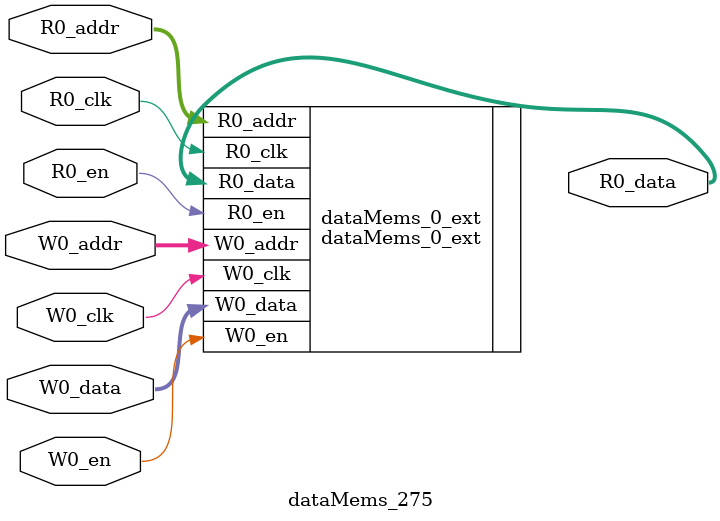
<source format=sv>
`ifndef RANDOMIZE
  `ifdef RANDOMIZE_REG_INIT
    `define RANDOMIZE
  `endif // RANDOMIZE_REG_INIT
`endif // not def RANDOMIZE
`ifndef RANDOMIZE
  `ifdef RANDOMIZE_MEM_INIT
    `define RANDOMIZE
  `endif // RANDOMIZE_MEM_INIT
`endif // not def RANDOMIZE

`ifndef RANDOM
  `define RANDOM $random
`endif // not def RANDOM

// Users can define 'PRINTF_COND' to add an extra gate to prints.
`ifndef PRINTF_COND_
  `ifdef PRINTF_COND
    `define PRINTF_COND_ (`PRINTF_COND)
  `else  // PRINTF_COND
    `define PRINTF_COND_ 1
  `endif // PRINTF_COND
`endif // not def PRINTF_COND_

// Users can define 'ASSERT_VERBOSE_COND' to add an extra gate to assert error printing.
`ifndef ASSERT_VERBOSE_COND_
  `ifdef ASSERT_VERBOSE_COND
    `define ASSERT_VERBOSE_COND_ (`ASSERT_VERBOSE_COND)
  `else  // ASSERT_VERBOSE_COND
    `define ASSERT_VERBOSE_COND_ 1
  `endif // ASSERT_VERBOSE_COND
`endif // not def ASSERT_VERBOSE_COND_

// Users can define 'STOP_COND' to add an extra gate to stop conditions.
`ifndef STOP_COND_
  `ifdef STOP_COND
    `define STOP_COND_ (`STOP_COND)
  `else  // STOP_COND
    `define STOP_COND_ 1
  `endif // STOP_COND
`endif // not def STOP_COND_

// Users can define INIT_RANDOM as general code that gets injected into the
// initializer block for modules with registers.
`ifndef INIT_RANDOM
  `define INIT_RANDOM
`endif // not def INIT_RANDOM

// If using random initialization, you can also define RANDOMIZE_DELAY to
// customize the delay used, otherwise 0.002 is used.
`ifndef RANDOMIZE_DELAY
  `define RANDOMIZE_DELAY 0.002
`endif // not def RANDOMIZE_DELAY

// Define INIT_RANDOM_PROLOG_ for use in our modules below.
`ifndef INIT_RANDOM_PROLOG_
  `ifdef RANDOMIZE
    `ifdef VERILATOR
      `define INIT_RANDOM_PROLOG_ `INIT_RANDOM
    `else  // VERILATOR
      `define INIT_RANDOM_PROLOG_ `INIT_RANDOM #`RANDOMIZE_DELAY begin end
    `endif // VERILATOR
  `else  // RANDOMIZE
    `define INIT_RANDOM_PROLOG_
  `endif // RANDOMIZE
`endif // not def INIT_RANDOM_PROLOG_

// Include register initializers in init blocks unless synthesis is set
`ifndef SYNTHESIS
  `ifndef ENABLE_INITIAL_REG_
    `define ENABLE_INITIAL_REG_
  `endif // not def ENABLE_INITIAL_REG_
`endif // not def SYNTHESIS

// Include rmemory initializers in init blocks unless synthesis is set
`ifndef SYNTHESIS
  `ifndef ENABLE_INITIAL_MEM_
    `define ENABLE_INITIAL_MEM_
  `endif // not def ENABLE_INITIAL_MEM_
`endif // not def SYNTHESIS

module dataMems_275(	// @[generators/ara/src/main/scala/UnsafeAXI4ToTL.scala:365:62]
  input  [4:0]  R0_addr,
  input         R0_en,
  input         R0_clk,
  output [66:0] R0_data,
  input  [4:0]  W0_addr,
  input         W0_en,
  input         W0_clk,
  input  [66:0] W0_data
);

  dataMems_0_ext dataMems_0_ext (	// @[generators/ara/src/main/scala/UnsafeAXI4ToTL.scala:365:62]
    .R0_addr (R0_addr),
    .R0_en   (R0_en),
    .R0_clk  (R0_clk),
    .R0_data (R0_data),
    .W0_addr (W0_addr),
    .W0_en   (W0_en),
    .W0_clk  (W0_clk),
    .W0_data (W0_data)
  );
endmodule


</source>
